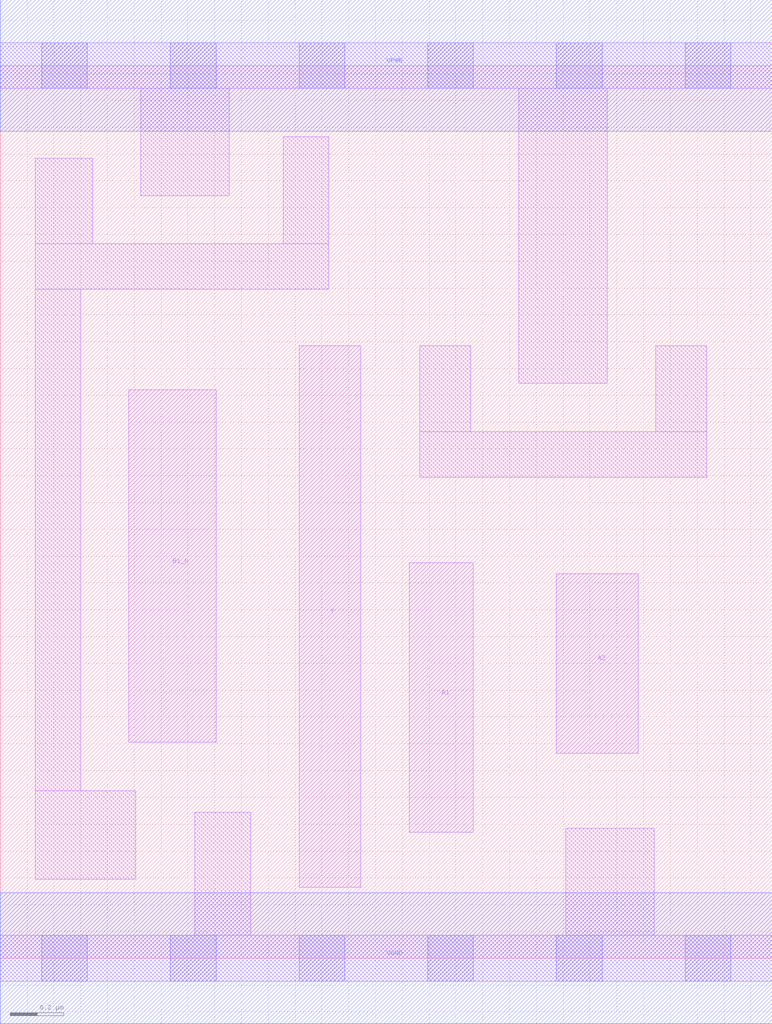
<source format=lef>
# Copyright 2020 The SkyWater PDK Authors
#
# Licensed under the Apache License, Version 2.0 (the "License");
# you may not use this file except in compliance with the License.
# You may obtain a copy of the License at
#
#     https://www.apache.org/licenses/LICENSE-2.0
#
# Unless required by applicable law or agreed to in writing, software
# distributed under the License is distributed on an "AS IS" BASIS,
# WITHOUT WARRANTIES OR CONDITIONS OF ANY KIND, either express or implied.
# See the License for the specific language governing permissions and
# limitations under the License.
#
# SPDX-License-Identifier: Apache-2.0

VERSION 5.7 ;
  NOWIREEXTENSIONATPIN ON ;
  DIVIDERCHAR "/" ;
  BUSBITCHARS "[]" ;
UNITS
  DATABASE MICRONS 200 ;
END UNITS
MACRO sky130_fd_sc_lp__a21boi_m
  CLASS CORE ;
  FOREIGN sky130_fd_sc_lp__a21boi_m ;
  ORIGIN  0.000000  0.000000 ;
  SIZE  2.880000 BY  3.330000 ;
  SYMMETRY X Y R90 ;
  SITE unit ;
  PIN A1
    ANTENNAGATEAREA  0.126000 ;
    DIRECTION INPUT ;
    USE SIGNAL ;
    PORT
      LAYER li1 ;
        RECT 1.525000 0.470000 1.765000 1.475000 ;
    END
  END A1
  PIN A2
    ANTENNAGATEAREA  0.126000 ;
    DIRECTION INPUT ;
    USE SIGNAL ;
    PORT
      LAYER li1 ;
        RECT 2.075000 0.765000 2.380000 1.435000 ;
    END
  END A2
  PIN B1_N
    ANTENNAGATEAREA  0.126000 ;
    DIRECTION INPUT ;
    USE SIGNAL ;
    PORT
      LAYER li1 ;
        RECT 0.480000 0.805000 0.805000 2.120000 ;
    END
  END B1_N
  PIN Y
    ANTENNADIFFAREA  0.228900 ;
    DIRECTION OUTPUT ;
    USE SIGNAL ;
    PORT
      LAYER li1 ;
        RECT 1.115000 0.265000 1.345000 2.285000 ;
    END
  END Y
  PIN VGND
    DIRECTION INOUT ;
    USE GROUND ;
    PORT
      LAYER met1 ;
        RECT 0.000000 -0.245000 2.880000 0.245000 ;
    END
  END VGND
  PIN VPWR
    DIRECTION INOUT ;
    USE POWER ;
    PORT
      LAYER met1 ;
        RECT 0.000000 3.085000 2.880000 3.575000 ;
    END
  END VPWR
  OBS
    LAYER li1 ;
      RECT 0.000000 -0.085000 2.880000 0.085000 ;
      RECT 0.000000  3.245000 2.880000 3.415000 ;
      RECT 0.130000  0.295000 0.505000 0.625000 ;
      RECT 0.130000  0.625000 0.300000 2.495000 ;
      RECT 0.130000  2.495000 1.225000 2.665000 ;
      RECT 0.130000  2.665000 0.345000 2.985000 ;
      RECT 0.525000  2.845000 0.855000 3.245000 ;
      RECT 0.725000  0.085000 0.935000 0.545000 ;
      RECT 1.055000  2.665000 1.225000 3.065000 ;
      RECT 1.565000  1.795000 2.635000 1.965000 ;
      RECT 1.565000  1.965000 1.755000 2.285000 ;
      RECT 1.935000  2.145000 2.265000 3.245000 ;
      RECT 2.110000  0.085000 2.440000 0.485000 ;
      RECT 2.445000  1.965000 2.635000 2.285000 ;
    LAYER mcon ;
      RECT 0.155000 -0.085000 0.325000 0.085000 ;
      RECT 0.155000  3.245000 0.325000 3.415000 ;
      RECT 0.635000 -0.085000 0.805000 0.085000 ;
      RECT 0.635000  3.245000 0.805000 3.415000 ;
      RECT 1.115000 -0.085000 1.285000 0.085000 ;
      RECT 1.115000  3.245000 1.285000 3.415000 ;
      RECT 1.595000 -0.085000 1.765000 0.085000 ;
      RECT 1.595000  3.245000 1.765000 3.415000 ;
      RECT 2.075000 -0.085000 2.245000 0.085000 ;
      RECT 2.075000  3.245000 2.245000 3.415000 ;
      RECT 2.555000 -0.085000 2.725000 0.085000 ;
      RECT 2.555000  3.245000 2.725000 3.415000 ;
  END
END sky130_fd_sc_lp__a21boi_m
END LIBRARY

</source>
